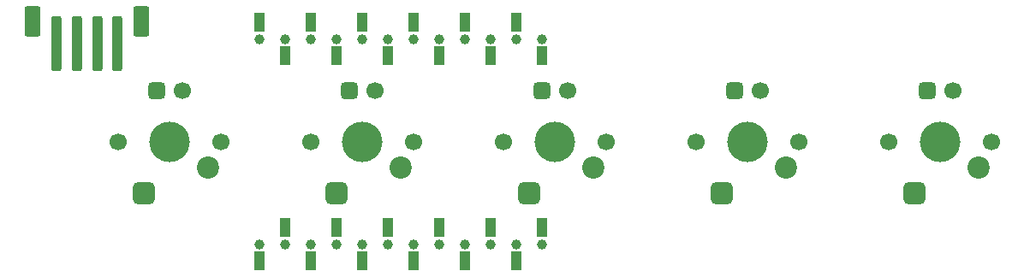
<source format=gbr>
%TF.GenerationSoftware,KiCad,Pcbnew,7.0.6*%
%TF.CreationDate,2023-10-13T04:00:25-07:00*%
%TF.ProjectId,SAL-FP_Keyboard,53414c2d-4650-45f4-9b65-79626f617264,A*%
%TF.SameCoordinates,PX8be9df0PY734a290*%
%TF.FileFunction,Soldermask,Bot*%
%TF.FilePolarity,Negative*%
%FSLAX46Y46*%
G04 Gerber Fmt 4.6, Leading zero omitted, Abs format (unit mm)*
G04 Created by KiCad (PCBNEW 7.0.6) date 2023-10-13 04:00:25*
%MOMM*%
%LPD*%
G01*
G04 APERTURE LIST*
G04 Aperture macros list*
%AMRoundRect*
0 Rectangle with rounded corners*
0 $1 Rounding radius*
0 $2 $3 $4 $5 $6 $7 $8 $9 X,Y pos of 4 corners*
0 Add a 4 corners polygon primitive as box body*
4,1,4,$2,$3,$4,$5,$6,$7,$8,$9,$2,$3,0*
0 Add four circle primitives for the rounded corners*
1,1,$1+$1,$2,$3*
1,1,$1+$1,$4,$5*
1,1,$1+$1,$6,$7*
1,1,$1+$1,$8,$9*
0 Add four rect primitives between the rounded corners*
20,1,$1+$1,$2,$3,$4,$5,0*
20,1,$1+$1,$4,$5,$6,$7,0*
20,1,$1+$1,$6,$7,$8,$9,0*
20,1,$1+$1,$8,$9,$2,$3,0*%
G04 Aperture macros list end*
%ADD10C,1.700000*%
%ADD11RoundRect,0.425000X0.425000X0.425000X-0.425000X0.425000X-0.425000X-0.425000X0.425000X-0.425000X0*%
%ADD12C,2.200000*%
%ADD13RoundRect,0.550000X0.550000X0.550000X-0.550000X0.550000X-0.550000X-0.550000X0.550000X-0.550000X0*%
%ADD14C,4.000000*%
%ADD15RoundRect,0.250000X0.250000X2.500000X-0.250000X2.500000X-0.250000X-2.500000X0.250000X-2.500000X0*%
%ADD16RoundRect,0.250000X0.550000X1.250000X-0.550000X1.250000X-0.550000X-1.250000X0.550000X-1.250000X0*%
%ADD17C,1.000000*%
%ADD18R,1.000000X1.900000*%
G04 APERTURE END LIST*
D10*
%TO.C,SW5*%
X-14630000Y-9920000D03*
D11*
X-17170000Y-9920000D03*
D12*
X-12090000Y-17540000D03*
D13*
X-18440000Y-20080000D03*
D10*
X-20980000Y-15000000D03*
D14*
X-15900000Y-15000000D03*
D10*
X-10820000Y-15000000D03*
%TD*%
%TO.C,SW3*%
X-48920000Y-15000000D03*
D14*
X-54000000Y-15000000D03*
D10*
X-59080000Y-15000000D03*
D13*
X-56540000Y-20080000D03*
D12*
X-50190000Y-17540000D03*
D11*
X-55270000Y-9920000D03*
D10*
X-52730000Y-9920000D03*
%TD*%
%TO.C,SW4*%
X-29870000Y-15000000D03*
D14*
X-34950000Y-15000000D03*
D10*
X-40030000Y-15000000D03*
D13*
X-37490000Y-20080000D03*
D12*
X-31140000Y-17540000D03*
D11*
X-36220000Y-9920000D03*
D10*
X-33680000Y-9920000D03*
%TD*%
%TO.C,SW2*%
X-67970000Y-15000000D03*
D14*
X-73050000Y-15000000D03*
D10*
X-78130000Y-15000000D03*
D13*
X-75590000Y-20080000D03*
D12*
X-69240000Y-17540000D03*
D11*
X-74320000Y-9920000D03*
D10*
X-71780000Y-9920000D03*
%TD*%
%TO.C,SW1*%
X-87020000Y-15000000D03*
D14*
X-92100000Y-15000000D03*
D10*
X-97180000Y-15000000D03*
D13*
X-94640000Y-20080000D03*
D12*
X-88290000Y-17540000D03*
D11*
X-93370000Y-9920000D03*
D10*
X-90830000Y-9920000D03*
%TD*%
D15*
%TO.C,J1*%
X-97228000Y-5340000D03*
X-99228000Y-5340000D03*
X-101228000Y-5340000D03*
X-103228000Y-5340000D03*
D16*
X-94828000Y-3090000D03*
X-105628000Y-3090000D03*
%TD*%
D17*
%TO.C,J3*%
X-83210000Y-25160000D03*
X-80670000Y-25160000D03*
X-78130000Y-25160000D03*
X-75590000Y-25160000D03*
X-73050000Y-25160000D03*
X-70510000Y-25160000D03*
X-67970000Y-25160000D03*
X-65430000Y-25160000D03*
X-62890000Y-25160000D03*
X-60350000Y-25160000D03*
X-57810000Y-25160000D03*
X-55270000Y-25160000D03*
D18*
X-55270000Y-23510000D03*
X-57810000Y-26810000D03*
X-60350000Y-23510000D03*
X-62890000Y-26810000D03*
X-65430000Y-23510000D03*
X-67970000Y-26810000D03*
X-70510000Y-23510000D03*
X-73050000Y-26810000D03*
X-75590000Y-23510000D03*
X-78130000Y-26810000D03*
X-80670000Y-23510000D03*
X-83210000Y-26810000D03*
%TD*%
D17*
%TO.C,J2*%
X-83210000Y-4840000D03*
X-80670000Y-4840000D03*
X-78130000Y-4840000D03*
X-75590000Y-4840000D03*
X-73050000Y-4840000D03*
X-70510000Y-4840000D03*
X-67970000Y-4840000D03*
X-65430000Y-4840000D03*
X-62890000Y-4840000D03*
X-60350000Y-4840000D03*
X-57810000Y-4840000D03*
X-55270000Y-4840000D03*
D18*
X-55270000Y-6490000D03*
X-57810000Y-3190000D03*
X-60350000Y-6490000D03*
X-62890000Y-3190000D03*
X-65430000Y-6490000D03*
X-67970000Y-3190000D03*
X-70510000Y-6490000D03*
X-73050000Y-3190000D03*
X-75590000Y-6490000D03*
X-78130000Y-3190000D03*
X-80670000Y-6490000D03*
X-83210000Y-3190000D03*
%TD*%
M02*

</source>
